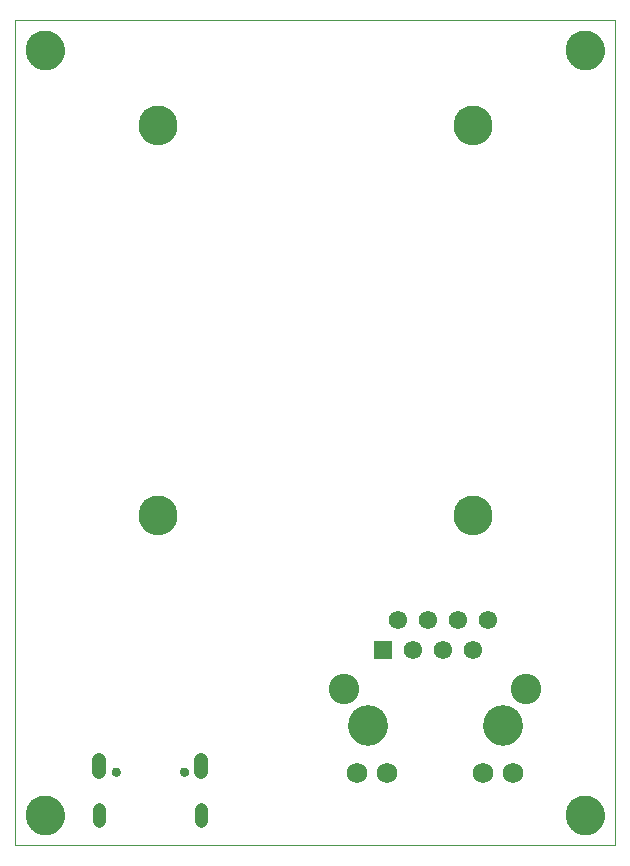
<source format=gbs>
G75*
%MOIN*%
%OFA0B0*%
%FSLAX25Y25*%
%IPPOS*%
%LPD*%
%AMOC8*
5,1,8,0,0,1.08239X$1,22.5*
%
%ADD10C,0.00000*%
%ADD11C,0.12998*%
%ADD12C,0.04337*%
%ADD13C,0.04534*%
%ADD14C,0.02959*%
%ADD15C,0.13195*%
%ADD16C,0.10144*%
%ADD17R,0.06128X0.06128*%
%ADD18C,0.06128*%
%ADD19C,0.06896*%
D10*
X0001400Y0013000D02*
X0001400Y0288000D01*
X0201400Y0288000D01*
X0201400Y0013000D01*
X0001400Y0013000D01*
X0005101Y0023000D02*
X0005103Y0023158D01*
X0005109Y0023316D01*
X0005119Y0023474D01*
X0005133Y0023632D01*
X0005151Y0023789D01*
X0005172Y0023946D01*
X0005198Y0024102D01*
X0005228Y0024258D01*
X0005261Y0024413D01*
X0005299Y0024566D01*
X0005340Y0024719D01*
X0005385Y0024871D01*
X0005434Y0025022D01*
X0005487Y0025171D01*
X0005543Y0025319D01*
X0005603Y0025465D01*
X0005667Y0025610D01*
X0005735Y0025753D01*
X0005806Y0025895D01*
X0005880Y0026035D01*
X0005958Y0026172D01*
X0006040Y0026308D01*
X0006124Y0026442D01*
X0006213Y0026573D01*
X0006304Y0026702D01*
X0006399Y0026829D01*
X0006496Y0026954D01*
X0006597Y0027076D01*
X0006701Y0027195D01*
X0006808Y0027312D01*
X0006918Y0027426D01*
X0007031Y0027537D01*
X0007146Y0027646D01*
X0007264Y0027751D01*
X0007385Y0027853D01*
X0007508Y0027953D01*
X0007634Y0028049D01*
X0007762Y0028142D01*
X0007892Y0028232D01*
X0008025Y0028318D01*
X0008160Y0028402D01*
X0008296Y0028481D01*
X0008435Y0028558D01*
X0008576Y0028630D01*
X0008718Y0028700D01*
X0008862Y0028765D01*
X0009008Y0028827D01*
X0009155Y0028885D01*
X0009304Y0028940D01*
X0009454Y0028991D01*
X0009605Y0029038D01*
X0009757Y0029081D01*
X0009910Y0029120D01*
X0010065Y0029156D01*
X0010220Y0029187D01*
X0010376Y0029215D01*
X0010532Y0029239D01*
X0010689Y0029259D01*
X0010847Y0029275D01*
X0011004Y0029287D01*
X0011163Y0029295D01*
X0011321Y0029299D01*
X0011479Y0029299D01*
X0011637Y0029295D01*
X0011796Y0029287D01*
X0011953Y0029275D01*
X0012111Y0029259D01*
X0012268Y0029239D01*
X0012424Y0029215D01*
X0012580Y0029187D01*
X0012735Y0029156D01*
X0012890Y0029120D01*
X0013043Y0029081D01*
X0013195Y0029038D01*
X0013346Y0028991D01*
X0013496Y0028940D01*
X0013645Y0028885D01*
X0013792Y0028827D01*
X0013938Y0028765D01*
X0014082Y0028700D01*
X0014224Y0028630D01*
X0014365Y0028558D01*
X0014504Y0028481D01*
X0014640Y0028402D01*
X0014775Y0028318D01*
X0014908Y0028232D01*
X0015038Y0028142D01*
X0015166Y0028049D01*
X0015292Y0027953D01*
X0015415Y0027853D01*
X0015536Y0027751D01*
X0015654Y0027646D01*
X0015769Y0027537D01*
X0015882Y0027426D01*
X0015992Y0027312D01*
X0016099Y0027195D01*
X0016203Y0027076D01*
X0016304Y0026954D01*
X0016401Y0026829D01*
X0016496Y0026702D01*
X0016587Y0026573D01*
X0016676Y0026442D01*
X0016760Y0026308D01*
X0016842Y0026172D01*
X0016920Y0026035D01*
X0016994Y0025895D01*
X0017065Y0025753D01*
X0017133Y0025610D01*
X0017197Y0025465D01*
X0017257Y0025319D01*
X0017313Y0025171D01*
X0017366Y0025022D01*
X0017415Y0024871D01*
X0017460Y0024719D01*
X0017501Y0024566D01*
X0017539Y0024413D01*
X0017572Y0024258D01*
X0017602Y0024102D01*
X0017628Y0023946D01*
X0017649Y0023789D01*
X0017667Y0023632D01*
X0017681Y0023474D01*
X0017691Y0023316D01*
X0017697Y0023158D01*
X0017699Y0023000D01*
X0017697Y0022842D01*
X0017691Y0022684D01*
X0017681Y0022526D01*
X0017667Y0022368D01*
X0017649Y0022211D01*
X0017628Y0022054D01*
X0017602Y0021898D01*
X0017572Y0021742D01*
X0017539Y0021587D01*
X0017501Y0021434D01*
X0017460Y0021281D01*
X0017415Y0021129D01*
X0017366Y0020978D01*
X0017313Y0020829D01*
X0017257Y0020681D01*
X0017197Y0020535D01*
X0017133Y0020390D01*
X0017065Y0020247D01*
X0016994Y0020105D01*
X0016920Y0019965D01*
X0016842Y0019828D01*
X0016760Y0019692D01*
X0016676Y0019558D01*
X0016587Y0019427D01*
X0016496Y0019298D01*
X0016401Y0019171D01*
X0016304Y0019046D01*
X0016203Y0018924D01*
X0016099Y0018805D01*
X0015992Y0018688D01*
X0015882Y0018574D01*
X0015769Y0018463D01*
X0015654Y0018354D01*
X0015536Y0018249D01*
X0015415Y0018147D01*
X0015292Y0018047D01*
X0015166Y0017951D01*
X0015038Y0017858D01*
X0014908Y0017768D01*
X0014775Y0017682D01*
X0014640Y0017598D01*
X0014504Y0017519D01*
X0014365Y0017442D01*
X0014224Y0017370D01*
X0014082Y0017300D01*
X0013938Y0017235D01*
X0013792Y0017173D01*
X0013645Y0017115D01*
X0013496Y0017060D01*
X0013346Y0017009D01*
X0013195Y0016962D01*
X0013043Y0016919D01*
X0012890Y0016880D01*
X0012735Y0016844D01*
X0012580Y0016813D01*
X0012424Y0016785D01*
X0012268Y0016761D01*
X0012111Y0016741D01*
X0011953Y0016725D01*
X0011796Y0016713D01*
X0011637Y0016705D01*
X0011479Y0016701D01*
X0011321Y0016701D01*
X0011163Y0016705D01*
X0011004Y0016713D01*
X0010847Y0016725D01*
X0010689Y0016741D01*
X0010532Y0016761D01*
X0010376Y0016785D01*
X0010220Y0016813D01*
X0010065Y0016844D01*
X0009910Y0016880D01*
X0009757Y0016919D01*
X0009605Y0016962D01*
X0009454Y0017009D01*
X0009304Y0017060D01*
X0009155Y0017115D01*
X0009008Y0017173D01*
X0008862Y0017235D01*
X0008718Y0017300D01*
X0008576Y0017370D01*
X0008435Y0017442D01*
X0008296Y0017519D01*
X0008160Y0017598D01*
X0008025Y0017682D01*
X0007892Y0017768D01*
X0007762Y0017858D01*
X0007634Y0017951D01*
X0007508Y0018047D01*
X0007385Y0018147D01*
X0007264Y0018249D01*
X0007146Y0018354D01*
X0007031Y0018463D01*
X0006918Y0018574D01*
X0006808Y0018688D01*
X0006701Y0018805D01*
X0006597Y0018924D01*
X0006496Y0019046D01*
X0006399Y0019171D01*
X0006304Y0019298D01*
X0006213Y0019427D01*
X0006124Y0019558D01*
X0006040Y0019692D01*
X0005958Y0019828D01*
X0005880Y0019965D01*
X0005806Y0020105D01*
X0005735Y0020247D01*
X0005667Y0020390D01*
X0005603Y0020535D01*
X0005543Y0020681D01*
X0005487Y0020829D01*
X0005434Y0020978D01*
X0005385Y0021129D01*
X0005340Y0021281D01*
X0005299Y0021434D01*
X0005261Y0021587D01*
X0005228Y0021742D01*
X0005198Y0021898D01*
X0005172Y0022054D01*
X0005151Y0022211D01*
X0005133Y0022368D01*
X0005119Y0022526D01*
X0005109Y0022684D01*
X0005103Y0022842D01*
X0005101Y0023000D01*
X0033742Y0037488D02*
X0033744Y0037559D01*
X0033750Y0037630D01*
X0033760Y0037701D01*
X0033774Y0037770D01*
X0033791Y0037839D01*
X0033813Y0037907D01*
X0033838Y0037974D01*
X0033867Y0038039D01*
X0033899Y0038102D01*
X0033935Y0038164D01*
X0033974Y0038223D01*
X0034017Y0038280D01*
X0034062Y0038335D01*
X0034111Y0038387D01*
X0034162Y0038436D01*
X0034216Y0038482D01*
X0034273Y0038526D01*
X0034331Y0038566D01*
X0034392Y0038602D01*
X0034455Y0038636D01*
X0034520Y0038665D01*
X0034586Y0038691D01*
X0034654Y0038714D01*
X0034722Y0038732D01*
X0034792Y0038747D01*
X0034862Y0038758D01*
X0034933Y0038765D01*
X0035004Y0038768D01*
X0035075Y0038767D01*
X0035146Y0038762D01*
X0035217Y0038753D01*
X0035287Y0038740D01*
X0035356Y0038724D01*
X0035424Y0038703D01*
X0035491Y0038679D01*
X0035557Y0038651D01*
X0035620Y0038619D01*
X0035682Y0038584D01*
X0035742Y0038546D01*
X0035800Y0038504D01*
X0035855Y0038460D01*
X0035908Y0038412D01*
X0035958Y0038361D01*
X0036005Y0038308D01*
X0036049Y0038252D01*
X0036090Y0038194D01*
X0036128Y0038133D01*
X0036162Y0038071D01*
X0036192Y0038006D01*
X0036219Y0037941D01*
X0036243Y0037873D01*
X0036262Y0037805D01*
X0036278Y0037736D01*
X0036290Y0037665D01*
X0036298Y0037595D01*
X0036302Y0037524D01*
X0036302Y0037452D01*
X0036298Y0037381D01*
X0036290Y0037311D01*
X0036278Y0037240D01*
X0036262Y0037171D01*
X0036243Y0037103D01*
X0036219Y0037035D01*
X0036192Y0036970D01*
X0036162Y0036905D01*
X0036128Y0036843D01*
X0036090Y0036782D01*
X0036049Y0036724D01*
X0036005Y0036668D01*
X0035958Y0036615D01*
X0035908Y0036564D01*
X0035855Y0036516D01*
X0035800Y0036472D01*
X0035742Y0036430D01*
X0035682Y0036392D01*
X0035620Y0036357D01*
X0035557Y0036325D01*
X0035491Y0036297D01*
X0035424Y0036273D01*
X0035356Y0036252D01*
X0035287Y0036236D01*
X0035217Y0036223D01*
X0035146Y0036214D01*
X0035075Y0036209D01*
X0035004Y0036208D01*
X0034933Y0036211D01*
X0034862Y0036218D01*
X0034792Y0036229D01*
X0034722Y0036244D01*
X0034654Y0036262D01*
X0034586Y0036285D01*
X0034520Y0036311D01*
X0034455Y0036340D01*
X0034392Y0036374D01*
X0034331Y0036410D01*
X0034273Y0036450D01*
X0034216Y0036494D01*
X0034162Y0036540D01*
X0034111Y0036589D01*
X0034062Y0036641D01*
X0034017Y0036696D01*
X0033974Y0036753D01*
X0033935Y0036812D01*
X0033899Y0036874D01*
X0033867Y0036937D01*
X0033838Y0037002D01*
X0033813Y0037069D01*
X0033791Y0037137D01*
X0033774Y0037206D01*
X0033760Y0037275D01*
X0033750Y0037346D01*
X0033744Y0037417D01*
X0033742Y0037488D01*
X0056498Y0037488D02*
X0056500Y0037559D01*
X0056506Y0037630D01*
X0056516Y0037701D01*
X0056530Y0037770D01*
X0056547Y0037839D01*
X0056569Y0037907D01*
X0056594Y0037974D01*
X0056623Y0038039D01*
X0056655Y0038102D01*
X0056691Y0038164D01*
X0056730Y0038223D01*
X0056773Y0038280D01*
X0056818Y0038335D01*
X0056867Y0038387D01*
X0056918Y0038436D01*
X0056972Y0038482D01*
X0057029Y0038526D01*
X0057087Y0038566D01*
X0057148Y0038602D01*
X0057211Y0038636D01*
X0057276Y0038665D01*
X0057342Y0038691D01*
X0057410Y0038714D01*
X0057478Y0038732D01*
X0057548Y0038747D01*
X0057618Y0038758D01*
X0057689Y0038765D01*
X0057760Y0038768D01*
X0057831Y0038767D01*
X0057902Y0038762D01*
X0057973Y0038753D01*
X0058043Y0038740D01*
X0058112Y0038724D01*
X0058180Y0038703D01*
X0058247Y0038679D01*
X0058313Y0038651D01*
X0058376Y0038619D01*
X0058438Y0038584D01*
X0058498Y0038546D01*
X0058556Y0038504D01*
X0058611Y0038460D01*
X0058664Y0038412D01*
X0058714Y0038361D01*
X0058761Y0038308D01*
X0058805Y0038252D01*
X0058846Y0038194D01*
X0058884Y0038133D01*
X0058918Y0038071D01*
X0058948Y0038006D01*
X0058975Y0037941D01*
X0058999Y0037873D01*
X0059018Y0037805D01*
X0059034Y0037736D01*
X0059046Y0037665D01*
X0059054Y0037595D01*
X0059058Y0037524D01*
X0059058Y0037452D01*
X0059054Y0037381D01*
X0059046Y0037311D01*
X0059034Y0037240D01*
X0059018Y0037171D01*
X0058999Y0037103D01*
X0058975Y0037035D01*
X0058948Y0036970D01*
X0058918Y0036905D01*
X0058884Y0036843D01*
X0058846Y0036782D01*
X0058805Y0036724D01*
X0058761Y0036668D01*
X0058714Y0036615D01*
X0058664Y0036564D01*
X0058611Y0036516D01*
X0058556Y0036472D01*
X0058498Y0036430D01*
X0058438Y0036392D01*
X0058376Y0036357D01*
X0058313Y0036325D01*
X0058247Y0036297D01*
X0058180Y0036273D01*
X0058112Y0036252D01*
X0058043Y0036236D01*
X0057973Y0036223D01*
X0057902Y0036214D01*
X0057831Y0036209D01*
X0057760Y0036208D01*
X0057689Y0036211D01*
X0057618Y0036218D01*
X0057548Y0036229D01*
X0057478Y0036244D01*
X0057410Y0036262D01*
X0057342Y0036285D01*
X0057276Y0036311D01*
X0057211Y0036340D01*
X0057148Y0036374D01*
X0057087Y0036410D01*
X0057029Y0036450D01*
X0056972Y0036494D01*
X0056918Y0036540D01*
X0056867Y0036589D01*
X0056818Y0036641D01*
X0056773Y0036696D01*
X0056730Y0036753D01*
X0056691Y0036812D01*
X0056655Y0036874D01*
X0056623Y0036937D01*
X0056594Y0037002D01*
X0056569Y0037069D01*
X0056547Y0037137D01*
X0056530Y0037206D01*
X0056516Y0037275D01*
X0056506Y0037346D01*
X0056500Y0037417D01*
X0056498Y0037488D01*
X0112502Y0053000D02*
X0112504Y0053160D01*
X0112510Y0053319D01*
X0112520Y0053478D01*
X0112534Y0053637D01*
X0112552Y0053796D01*
X0112573Y0053954D01*
X0112599Y0054111D01*
X0112629Y0054268D01*
X0112662Y0054424D01*
X0112700Y0054579D01*
X0112741Y0054733D01*
X0112786Y0054886D01*
X0112835Y0055038D01*
X0112888Y0055188D01*
X0112944Y0055337D01*
X0113004Y0055485D01*
X0113068Y0055631D01*
X0113136Y0055776D01*
X0113207Y0055919D01*
X0113281Y0056060D01*
X0113359Y0056199D01*
X0113441Y0056336D01*
X0113526Y0056471D01*
X0113614Y0056604D01*
X0113705Y0056735D01*
X0113800Y0056863D01*
X0113898Y0056989D01*
X0113999Y0057113D01*
X0114103Y0057233D01*
X0114210Y0057352D01*
X0114320Y0057467D01*
X0114433Y0057580D01*
X0114548Y0057690D01*
X0114667Y0057797D01*
X0114787Y0057901D01*
X0114911Y0058002D01*
X0115037Y0058100D01*
X0115165Y0058195D01*
X0115296Y0058286D01*
X0115429Y0058374D01*
X0115564Y0058459D01*
X0115701Y0058541D01*
X0115840Y0058619D01*
X0115981Y0058693D01*
X0116124Y0058764D01*
X0116269Y0058832D01*
X0116415Y0058896D01*
X0116563Y0058956D01*
X0116712Y0059012D01*
X0116862Y0059065D01*
X0117014Y0059114D01*
X0117167Y0059159D01*
X0117321Y0059200D01*
X0117476Y0059238D01*
X0117632Y0059271D01*
X0117789Y0059301D01*
X0117946Y0059327D01*
X0118104Y0059348D01*
X0118263Y0059366D01*
X0118422Y0059380D01*
X0118581Y0059390D01*
X0118740Y0059396D01*
X0118900Y0059398D01*
X0119060Y0059396D01*
X0119219Y0059390D01*
X0119378Y0059380D01*
X0119537Y0059366D01*
X0119696Y0059348D01*
X0119854Y0059327D01*
X0120011Y0059301D01*
X0120168Y0059271D01*
X0120324Y0059238D01*
X0120479Y0059200D01*
X0120633Y0059159D01*
X0120786Y0059114D01*
X0120938Y0059065D01*
X0121088Y0059012D01*
X0121237Y0058956D01*
X0121385Y0058896D01*
X0121531Y0058832D01*
X0121676Y0058764D01*
X0121819Y0058693D01*
X0121960Y0058619D01*
X0122099Y0058541D01*
X0122236Y0058459D01*
X0122371Y0058374D01*
X0122504Y0058286D01*
X0122635Y0058195D01*
X0122763Y0058100D01*
X0122889Y0058002D01*
X0123013Y0057901D01*
X0123133Y0057797D01*
X0123252Y0057690D01*
X0123367Y0057580D01*
X0123480Y0057467D01*
X0123590Y0057352D01*
X0123697Y0057233D01*
X0123801Y0057113D01*
X0123902Y0056989D01*
X0124000Y0056863D01*
X0124095Y0056735D01*
X0124186Y0056604D01*
X0124274Y0056471D01*
X0124359Y0056336D01*
X0124441Y0056199D01*
X0124519Y0056060D01*
X0124593Y0055919D01*
X0124664Y0055776D01*
X0124732Y0055631D01*
X0124796Y0055485D01*
X0124856Y0055337D01*
X0124912Y0055188D01*
X0124965Y0055038D01*
X0125014Y0054886D01*
X0125059Y0054733D01*
X0125100Y0054579D01*
X0125138Y0054424D01*
X0125171Y0054268D01*
X0125201Y0054111D01*
X0125227Y0053954D01*
X0125248Y0053796D01*
X0125266Y0053637D01*
X0125280Y0053478D01*
X0125290Y0053319D01*
X0125296Y0053160D01*
X0125298Y0053000D01*
X0125296Y0052840D01*
X0125290Y0052681D01*
X0125280Y0052522D01*
X0125266Y0052363D01*
X0125248Y0052204D01*
X0125227Y0052046D01*
X0125201Y0051889D01*
X0125171Y0051732D01*
X0125138Y0051576D01*
X0125100Y0051421D01*
X0125059Y0051267D01*
X0125014Y0051114D01*
X0124965Y0050962D01*
X0124912Y0050812D01*
X0124856Y0050663D01*
X0124796Y0050515D01*
X0124732Y0050369D01*
X0124664Y0050224D01*
X0124593Y0050081D01*
X0124519Y0049940D01*
X0124441Y0049801D01*
X0124359Y0049664D01*
X0124274Y0049529D01*
X0124186Y0049396D01*
X0124095Y0049265D01*
X0124000Y0049137D01*
X0123902Y0049011D01*
X0123801Y0048887D01*
X0123697Y0048767D01*
X0123590Y0048648D01*
X0123480Y0048533D01*
X0123367Y0048420D01*
X0123252Y0048310D01*
X0123133Y0048203D01*
X0123013Y0048099D01*
X0122889Y0047998D01*
X0122763Y0047900D01*
X0122635Y0047805D01*
X0122504Y0047714D01*
X0122371Y0047626D01*
X0122236Y0047541D01*
X0122099Y0047459D01*
X0121960Y0047381D01*
X0121819Y0047307D01*
X0121676Y0047236D01*
X0121531Y0047168D01*
X0121385Y0047104D01*
X0121237Y0047044D01*
X0121088Y0046988D01*
X0120938Y0046935D01*
X0120786Y0046886D01*
X0120633Y0046841D01*
X0120479Y0046800D01*
X0120324Y0046762D01*
X0120168Y0046729D01*
X0120011Y0046699D01*
X0119854Y0046673D01*
X0119696Y0046652D01*
X0119537Y0046634D01*
X0119378Y0046620D01*
X0119219Y0046610D01*
X0119060Y0046604D01*
X0118900Y0046602D01*
X0118740Y0046604D01*
X0118581Y0046610D01*
X0118422Y0046620D01*
X0118263Y0046634D01*
X0118104Y0046652D01*
X0117946Y0046673D01*
X0117789Y0046699D01*
X0117632Y0046729D01*
X0117476Y0046762D01*
X0117321Y0046800D01*
X0117167Y0046841D01*
X0117014Y0046886D01*
X0116862Y0046935D01*
X0116712Y0046988D01*
X0116563Y0047044D01*
X0116415Y0047104D01*
X0116269Y0047168D01*
X0116124Y0047236D01*
X0115981Y0047307D01*
X0115840Y0047381D01*
X0115701Y0047459D01*
X0115564Y0047541D01*
X0115429Y0047626D01*
X0115296Y0047714D01*
X0115165Y0047805D01*
X0115037Y0047900D01*
X0114911Y0047998D01*
X0114787Y0048099D01*
X0114667Y0048203D01*
X0114548Y0048310D01*
X0114433Y0048420D01*
X0114320Y0048533D01*
X0114210Y0048648D01*
X0114103Y0048767D01*
X0113999Y0048887D01*
X0113898Y0049011D01*
X0113800Y0049137D01*
X0113705Y0049265D01*
X0113614Y0049396D01*
X0113526Y0049529D01*
X0113441Y0049664D01*
X0113359Y0049801D01*
X0113281Y0049940D01*
X0113207Y0050081D01*
X0113136Y0050224D01*
X0113068Y0050369D01*
X0113004Y0050515D01*
X0112944Y0050663D01*
X0112888Y0050812D01*
X0112835Y0050962D01*
X0112786Y0051114D01*
X0112741Y0051267D01*
X0112700Y0051421D01*
X0112662Y0051576D01*
X0112629Y0051732D01*
X0112599Y0051889D01*
X0112573Y0052046D01*
X0112552Y0052204D01*
X0112534Y0052363D01*
X0112520Y0052522D01*
X0112510Y0052681D01*
X0112504Y0052840D01*
X0112502Y0053000D01*
X0147601Y0123000D02*
X0147603Y0123158D01*
X0147609Y0123316D01*
X0147619Y0123474D01*
X0147633Y0123632D01*
X0147651Y0123789D01*
X0147672Y0123946D01*
X0147698Y0124102D01*
X0147728Y0124258D01*
X0147761Y0124413D01*
X0147799Y0124566D01*
X0147840Y0124719D01*
X0147885Y0124871D01*
X0147934Y0125022D01*
X0147987Y0125171D01*
X0148043Y0125319D01*
X0148103Y0125465D01*
X0148167Y0125610D01*
X0148235Y0125753D01*
X0148306Y0125895D01*
X0148380Y0126035D01*
X0148458Y0126172D01*
X0148540Y0126308D01*
X0148624Y0126442D01*
X0148713Y0126573D01*
X0148804Y0126702D01*
X0148899Y0126829D01*
X0148996Y0126954D01*
X0149097Y0127076D01*
X0149201Y0127195D01*
X0149308Y0127312D01*
X0149418Y0127426D01*
X0149531Y0127537D01*
X0149646Y0127646D01*
X0149764Y0127751D01*
X0149885Y0127853D01*
X0150008Y0127953D01*
X0150134Y0128049D01*
X0150262Y0128142D01*
X0150392Y0128232D01*
X0150525Y0128318D01*
X0150660Y0128402D01*
X0150796Y0128481D01*
X0150935Y0128558D01*
X0151076Y0128630D01*
X0151218Y0128700D01*
X0151362Y0128765D01*
X0151508Y0128827D01*
X0151655Y0128885D01*
X0151804Y0128940D01*
X0151954Y0128991D01*
X0152105Y0129038D01*
X0152257Y0129081D01*
X0152410Y0129120D01*
X0152565Y0129156D01*
X0152720Y0129187D01*
X0152876Y0129215D01*
X0153032Y0129239D01*
X0153189Y0129259D01*
X0153347Y0129275D01*
X0153504Y0129287D01*
X0153663Y0129295D01*
X0153821Y0129299D01*
X0153979Y0129299D01*
X0154137Y0129295D01*
X0154296Y0129287D01*
X0154453Y0129275D01*
X0154611Y0129259D01*
X0154768Y0129239D01*
X0154924Y0129215D01*
X0155080Y0129187D01*
X0155235Y0129156D01*
X0155390Y0129120D01*
X0155543Y0129081D01*
X0155695Y0129038D01*
X0155846Y0128991D01*
X0155996Y0128940D01*
X0156145Y0128885D01*
X0156292Y0128827D01*
X0156438Y0128765D01*
X0156582Y0128700D01*
X0156724Y0128630D01*
X0156865Y0128558D01*
X0157004Y0128481D01*
X0157140Y0128402D01*
X0157275Y0128318D01*
X0157408Y0128232D01*
X0157538Y0128142D01*
X0157666Y0128049D01*
X0157792Y0127953D01*
X0157915Y0127853D01*
X0158036Y0127751D01*
X0158154Y0127646D01*
X0158269Y0127537D01*
X0158382Y0127426D01*
X0158492Y0127312D01*
X0158599Y0127195D01*
X0158703Y0127076D01*
X0158804Y0126954D01*
X0158901Y0126829D01*
X0158996Y0126702D01*
X0159087Y0126573D01*
X0159176Y0126442D01*
X0159260Y0126308D01*
X0159342Y0126172D01*
X0159420Y0126035D01*
X0159494Y0125895D01*
X0159565Y0125753D01*
X0159633Y0125610D01*
X0159697Y0125465D01*
X0159757Y0125319D01*
X0159813Y0125171D01*
X0159866Y0125022D01*
X0159915Y0124871D01*
X0159960Y0124719D01*
X0160001Y0124566D01*
X0160039Y0124413D01*
X0160072Y0124258D01*
X0160102Y0124102D01*
X0160128Y0123946D01*
X0160149Y0123789D01*
X0160167Y0123632D01*
X0160181Y0123474D01*
X0160191Y0123316D01*
X0160197Y0123158D01*
X0160199Y0123000D01*
X0160197Y0122842D01*
X0160191Y0122684D01*
X0160181Y0122526D01*
X0160167Y0122368D01*
X0160149Y0122211D01*
X0160128Y0122054D01*
X0160102Y0121898D01*
X0160072Y0121742D01*
X0160039Y0121587D01*
X0160001Y0121434D01*
X0159960Y0121281D01*
X0159915Y0121129D01*
X0159866Y0120978D01*
X0159813Y0120829D01*
X0159757Y0120681D01*
X0159697Y0120535D01*
X0159633Y0120390D01*
X0159565Y0120247D01*
X0159494Y0120105D01*
X0159420Y0119965D01*
X0159342Y0119828D01*
X0159260Y0119692D01*
X0159176Y0119558D01*
X0159087Y0119427D01*
X0158996Y0119298D01*
X0158901Y0119171D01*
X0158804Y0119046D01*
X0158703Y0118924D01*
X0158599Y0118805D01*
X0158492Y0118688D01*
X0158382Y0118574D01*
X0158269Y0118463D01*
X0158154Y0118354D01*
X0158036Y0118249D01*
X0157915Y0118147D01*
X0157792Y0118047D01*
X0157666Y0117951D01*
X0157538Y0117858D01*
X0157408Y0117768D01*
X0157275Y0117682D01*
X0157140Y0117598D01*
X0157004Y0117519D01*
X0156865Y0117442D01*
X0156724Y0117370D01*
X0156582Y0117300D01*
X0156438Y0117235D01*
X0156292Y0117173D01*
X0156145Y0117115D01*
X0155996Y0117060D01*
X0155846Y0117009D01*
X0155695Y0116962D01*
X0155543Y0116919D01*
X0155390Y0116880D01*
X0155235Y0116844D01*
X0155080Y0116813D01*
X0154924Y0116785D01*
X0154768Y0116761D01*
X0154611Y0116741D01*
X0154453Y0116725D01*
X0154296Y0116713D01*
X0154137Y0116705D01*
X0153979Y0116701D01*
X0153821Y0116701D01*
X0153663Y0116705D01*
X0153504Y0116713D01*
X0153347Y0116725D01*
X0153189Y0116741D01*
X0153032Y0116761D01*
X0152876Y0116785D01*
X0152720Y0116813D01*
X0152565Y0116844D01*
X0152410Y0116880D01*
X0152257Y0116919D01*
X0152105Y0116962D01*
X0151954Y0117009D01*
X0151804Y0117060D01*
X0151655Y0117115D01*
X0151508Y0117173D01*
X0151362Y0117235D01*
X0151218Y0117300D01*
X0151076Y0117370D01*
X0150935Y0117442D01*
X0150796Y0117519D01*
X0150660Y0117598D01*
X0150525Y0117682D01*
X0150392Y0117768D01*
X0150262Y0117858D01*
X0150134Y0117951D01*
X0150008Y0118047D01*
X0149885Y0118147D01*
X0149764Y0118249D01*
X0149646Y0118354D01*
X0149531Y0118463D01*
X0149418Y0118574D01*
X0149308Y0118688D01*
X0149201Y0118805D01*
X0149097Y0118924D01*
X0148996Y0119046D01*
X0148899Y0119171D01*
X0148804Y0119298D01*
X0148713Y0119427D01*
X0148624Y0119558D01*
X0148540Y0119692D01*
X0148458Y0119828D01*
X0148380Y0119965D01*
X0148306Y0120105D01*
X0148235Y0120247D01*
X0148167Y0120390D01*
X0148103Y0120535D01*
X0148043Y0120681D01*
X0147987Y0120829D01*
X0147934Y0120978D01*
X0147885Y0121129D01*
X0147840Y0121281D01*
X0147799Y0121434D01*
X0147761Y0121587D01*
X0147728Y0121742D01*
X0147698Y0121898D01*
X0147672Y0122054D01*
X0147651Y0122211D01*
X0147633Y0122368D01*
X0147619Y0122526D01*
X0147609Y0122684D01*
X0147603Y0122842D01*
X0147601Y0123000D01*
X0157502Y0053000D02*
X0157504Y0053160D01*
X0157510Y0053319D01*
X0157520Y0053478D01*
X0157534Y0053637D01*
X0157552Y0053796D01*
X0157573Y0053954D01*
X0157599Y0054111D01*
X0157629Y0054268D01*
X0157662Y0054424D01*
X0157700Y0054579D01*
X0157741Y0054733D01*
X0157786Y0054886D01*
X0157835Y0055038D01*
X0157888Y0055188D01*
X0157944Y0055337D01*
X0158004Y0055485D01*
X0158068Y0055631D01*
X0158136Y0055776D01*
X0158207Y0055919D01*
X0158281Y0056060D01*
X0158359Y0056199D01*
X0158441Y0056336D01*
X0158526Y0056471D01*
X0158614Y0056604D01*
X0158705Y0056735D01*
X0158800Y0056863D01*
X0158898Y0056989D01*
X0158999Y0057113D01*
X0159103Y0057233D01*
X0159210Y0057352D01*
X0159320Y0057467D01*
X0159433Y0057580D01*
X0159548Y0057690D01*
X0159667Y0057797D01*
X0159787Y0057901D01*
X0159911Y0058002D01*
X0160037Y0058100D01*
X0160165Y0058195D01*
X0160296Y0058286D01*
X0160429Y0058374D01*
X0160564Y0058459D01*
X0160701Y0058541D01*
X0160840Y0058619D01*
X0160981Y0058693D01*
X0161124Y0058764D01*
X0161269Y0058832D01*
X0161415Y0058896D01*
X0161563Y0058956D01*
X0161712Y0059012D01*
X0161862Y0059065D01*
X0162014Y0059114D01*
X0162167Y0059159D01*
X0162321Y0059200D01*
X0162476Y0059238D01*
X0162632Y0059271D01*
X0162789Y0059301D01*
X0162946Y0059327D01*
X0163104Y0059348D01*
X0163263Y0059366D01*
X0163422Y0059380D01*
X0163581Y0059390D01*
X0163740Y0059396D01*
X0163900Y0059398D01*
X0164060Y0059396D01*
X0164219Y0059390D01*
X0164378Y0059380D01*
X0164537Y0059366D01*
X0164696Y0059348D01*
X0164854Y0059327D01*
X0165011Y0059301D01*
X0165168Y0059271D01*
X0165324Y0059238D01*
X0165479Y0059200D01*
X0165633Y0059159D01*
X0165786Y0059114D01*
X0165938Y0059065D01*
X0166088Y0059012D01*
X0166237Y0058956D01*
X0166385Y0058896D01*
X0166531Y0058832D01*
X0166676Y0058764D01*
X0166819Y0058693D01*
X0166960Y0058619D01*
X0167099Y0058541D01*
X0167236Y0058459D01*
X0167371Y0058374D01*
X0167504Y0058286D01*
X0167635Y0058195D01*
X0167763Y0058100D01*
X0167889Y0058002D01*
X0168013Y0057901D01*
X0168133Y0057797D01*
X0168252Y0057690D01*
X0168367Y0057580D01*
X0168480Y0057467D01*
X0168590Y0057352D01*
X0168697Y0057233D01*
X0168801Y0057113D01*
X0168902Y0056989D01*
X0169000Y0056863D01*
X0169095Y0056735D01*
X0169186Y0056604D01*
X0169274Y0056471D01*
X0169359Y0056336D01*
X0169441Y0056199D01*
X0169519Y0056060D01*
X0169593Y0055919D01*
X0169664Y0055776D01*
X0169732Y0055631D01*
X0169796Y0055485D01*
X0169856Y0055337D01*
X0169912Y0055188D01*
X0169965Y0055038D01*
X0170014Y0054886D01*
X0170059Y0054733D01*
X0170100Y0054579D01*
X0170138Y0054424D01*
X0170171Y0054268D01*
X0170201Y0054111D01*
X0170227Y0053954D01*
X0170248Y0053796D01*
X0170266Y0053637D01*
X0170280Y0053478D01*
X0170290Y0053319D01*
X0170296Y0053160D01*
X0170298Y0053000D01*
X0170296Y0052840D01*
X0170290Y0052681D01*
X0170280Y0052522D01*
X0170266Y0052363D01*
X0170248Y0052204D01*
X0170227Y0052046D01*
X0170201Y0051889D01*
X0170171Y0051732D01*
X0170138Y0051576D01*
X0170100Y0051421D01*
X0170059Y0051267D01*
X0170014Y0051114D01*
X0169965Y0050962D01*
X0169912Y0050812D01*
X0169856Y0050663D01*
X0169796Y0050515D01*
X0169732Y0050369D01*
X0169664Y0050224D01*
X0169593Y0050081D01*
X0169519Y0049940D01*
X0169441Y0049801D01*
X0169359Y0049664D01*
X0169274Y0049529D01*
X0169186Y0049396D01*
X0169095Y0049265D01*
X0169000Y0049137D01*
X0168902Y0049011D01*
X0168801Y0048887D01*
X0168697Y0048767D01*
X0168590Y0048648D01*
X0168480Y0048533D01*
X0168367Y0048420D01*
X0168252Y0048310D01*
X0168133Y0048203D01*
X0168013Y0048099D01*
X0167889Y0047998D01*
X0167763Y0047900D01*
X0167635Y0047805D01*
X0167504Y0047714D01*
X0167371Y0047626D01*
X0167236Y0047541D01*
X0167099Y0047459D01*
X0166960Y0047381D01*
X0166819Y0047307D01*
X0166676Y0047236D01*
X0166531Y0047168D01*
X0166385Y0047104D01*
X0166237Y0047044D01*
X0166088Y0046988D01*
X0165938Y0046935D01*
X0165786Y0046886D01*
X0165633Y0046841D01*
X0165479Y0046800D01*
X0165324Y0046762D01*
X0165168Y0046729D01*
X0165011Y0046699D01*
X0164854Y0046673D01*
X0164696Y0046652D01*
X0164537Y0046634D01*
X0164378Y0046620D01*
X0164219Y0046610D01*
X0164060Y0046604D01*
X0163900Y0046602D01*
X0163740Y0046604D01*
X0163581Y0046610D01*
X0163422Y0046620D01*
X0163263Y0046634D01*
X0163104Y0046652D01*
X0162946Y0046673D01*
X0162789Y0046699D01*
X0162632Y0046729D01*
X0162476Y0046762D01*
X0162321Y0046800D01*
X0162167Y0046841D01*
X0162014Y0046886D01*
X0161862Y0046935D01*
X0161712Y0046988D01*
X0161563Y0047044D01*
X0161415Y0047104D01*
X0161269Y0047168D01*
X0161124Y0047236D01*
X0160981Y0047307D01*
X0160840Y0047381D01*
X0160701Y0047459D01*
X0160564Y0047541D01*
X0160429Y0047626D01*
X0160296Y0047714D01*
X0160165Y0047805D01*
X0160037Y0047900D01*
X0159911Y0047998D01*
X0159787Y0048099D01*
X0159667Y0048203D01*
X0159548Y0048310D01*
X0159433Y0048420D01*
X0159320Y0048533D01*
X0159210Y0048648D01*
X0159103Y0048767D01*
X0158999Y0048887D01*
X0158898Y0049011D01*
X0158800Y0049137D01*
X0158705Y0049265D01*
X0158614Y0049396D01*
X0158526Y0049529D01*
X0158441Y0049664D01*
X0158359Y0049801D01*
X0158281Y0049940D01*
X0158207Y0050081D01*
X0158136Y0050224D01*
X0158068Y0050369D01*
X0158004Y0050515D01*
X0157944Y0050663D01*
X0157888Y0050812D01*
X0157835Y0050962D01*
X0157786Y0051114D01*
X0157741Y0051267D01*
X0157700Y0051421D01*
X0157662Y0051576D01*
X0157629Y0051732D01*
X0157599Y0051889D01*
X0157573Y0052046D01*
X0157552Y0052204D01*
X0157534Y0052363D01*
X0157520Y0052522D01*
X0157510Y0052681D01*
X0157504Y0052840D01*
X0157502Y0053000D01*
X0185101Y0023000D02*
X0185103Y0023158D01*
X0185109Y0023316D01*
X0185119Y0023474D01*
X0185133Y0023632D01*
X0185151Y0023789D01*
X0185172Y0023946D01*
X0185198Y0024102D01*
X0185228Y0024258D01*
X0185261Y0024413D01*
X0185299Y0024566D01*
X0185340Y0024719D01*
X0185385Y0024871D01*
X0185434Y0025022D01*
X0185487Y0025171D01*
X0185543Y0025319D01*
X0185603Y0025465D01*
X0185667Y0025610D01*
X0185735Y0025753D01*
X0185806Y0025895D01*
X0185880Y0026035D01*
X0185958Y0026172D01*
X0186040Y0026308D01*
X0186124Y0026442D01*
X0186213Y0026573D01*
X0186304Y0026702D01*
X0186399Y0026829D01*
X0186496Y0026954D01*
X0186597Y0027076D01*
X0186701Y0027195D01*
X0186808Y0027312D01*
X0186918Y0027426D01*
X0187031Y0027537D01*
X0187146Y0027646D01*
X0187264Y0027751D01*
X0187385Y0027853D01*
X0187508Y0027953D01*
X0187634Y0028049D01*
X0187762Y0028142D01*
X0187892Y0028232D01*
X0188025Y0028318D01*
X0188160Y0028402D01*
X0188296Y0028481D01*
X0188435Y0028558D01*
X0188576Y0028630D01*
X0188718Y0028700D01*
X0188862Y0028765D01*
X0189008Y0028827D01*
X0189155Y0028885D01*
X0189304Y0028940D01*
X0189454Y0028991D01*
X0189605Y0029038D01*
X0189757Y0029081D01*
X0189910Y0029120D01*
X0190065Y0029156D01*
X0190220Y0029187D01*
X0190376Y0029215D01*
X0190532Y0029239D01*
X0190689Y0029259D01*
X0190847Y0029275D01*
X0191004Y0029287D01*
X0191163Y0029295D01*
X0191321Y0029299D01*
X0191479Y0029299D01*
X0191637Y0029295D01*
X0191796Y0029287D01*
X0191953Y0029275D01*
X0192111Y0029259D01*
X0192268Y0029239D01*
X0192424Y0029215D01*
X0192580Y0029187D01*
X0192735Y0029156D01*
X0192890Y0029120D01*
X0193043Y0029081D01*
X0193195Y0029038D01*
X0193346Y0028991D01*
X0193496Y0028940D01*
X0193645Y0028885D01*
X0193792Y0028827D01*
X0193938Y0028765D01*
X0194082Y0028700D01*
X0194224Y0028630D01*
X0194365Y0028558D01*
X0194504Y0028481D01*
X0194640Y0028402D01*
X0194775Y0028318D01*
X0194908Y0028232D01*
X0195038Y0028142D01*
X0195166Y0028049D01*
X0195292Y0027953D01*
X0195415Y0027853D01*
X0195536Y0027751D01*
X0195654Y0027646D01*
X0195769Y0027537D01*
X0195882Y0027426D01*
X0195992Y0027312D01*
X0196099Y0027195D01*
X0196203Y0027076D01*
X0196304Y0026954D01*
X0196401Y0026829D01*
X0196496Y0026702D01*
X0196587Y0026573D01*
X0196676Y0026442D01*
X0196760Y0026308D01*
X0196842Y0026172D01*
X0196920Y0026035D01*
X0196994Y0025895D01*
X0197065Y0025753D01*
X0197133Y0025610D01*
X0197197Y0025465D01*
X0197257Y0025319D01*
X0197313Y0025171D01*
X0197366Y0025022D01*
X0197415Y0024871D01*
X0197460Y0024719D01*
X0197501Y0024566D01*
X0197539Y0024413D01*
X0197572Y0024258D01*
X0197602Y0024102D01*
X0197628Y0023946D01*
X0197649Y0023789D01*
X0197667Y0023632D01*
X0197681Y0023474D01*
X0197691Y0023316D01*
X0197697Y0023158D01*
X0197699Y0023000D01*
X0197697Y0022842D01*
X0197691Y0022684D01*
X0197681Y0022526D01*
X0197667Y0022368D01*
X0197649Y0022211D01*
X0197628Y0022054D01*
X0197602Y0021898D01*
X0197572Y0021742D01*
X0197539Y0021587D01*
X0197501Y0021434D01*
X0197460Y0021281D01*
X0197415Y0021129D01*
X0197366Y0020978D01*
X0197313Y0020829D01*
X0197257Y0020681D01*
X0197197Y0020535D01*
X0197133Y0020390D01*
X0197065Y0020247D01*
X0196994Y0020105D01*
X0196920Y0019965D01*
X0196842Y0019828D01*
X0196760Y0019692D01*
X0196676Y0019558D01*
X0196587Y0019427D01*
X0196496Y0019298D01*
X0196401Y0019171D01*
X0196304Y0019046D01*
X0196203Y0018924D01*
X0196099Y0018805D01*
X0195992Y0018688D01*
X0195882Y0018574D01*
X0195769Y0018463D01*
X0195654Y0018354D01*
X0195536Y0018249D01*
X0195415Y0018147D01*
X0195292Y0018047D01*
X0195166Y0017951D01*
X0195038Y0017858D01*
X0194908Y0017768D01*
X0194775Y0017682D01*
X0194640Y0017598D01*
X0194504Y0017519D01*
X0194365Y0017442D01*
X0194224Y0017370D01*
X0194082Y0017300D01*
X0193938Y0017235D01*
X0193792Y0017173D01*
X0193645Y0017115D01*
X0193496Y0017060D01*
X0193346Y0017009D01*
X0193195Y0016962D01*
X0193043Y0016919D01*
X0192890Y0016880D01*
X0192735Y0016844D01*
X0192580Y0016813D01*
X0192424Y0016785D01*
X0192268Y0016761D01*
X0192111Y0016741D01*
X0191953Y0016725D01*
X0191796Y0016713D01*
X0191637Y0016705D01*
X0191479Y0016701D01*
X0191321Y0016701D01*
X0191163Y0016705D01*
X0191004Y0016713D01*
X0190847Y0016725D01*
X0190689Y0016741D01*
X0190532Y0016761D01*
X0190376Y0016785D01*
X0190220Y0016813D01*
X0190065Y0016844D01*
X0189910Y0016880D01*
X0189757Y0016919D01*
X0189605Y0016962D01*
X0189454Y0017009D01*
X0189304Y0017060D01*
X0189155Y0017115D01*
X0189008Y0017173D01*
X0188862Y0017235D01*
X0188718Y0017300D01*
X0188576Y0017370D01*
X0188435Y0017442D01*
X0188296Y0017519D01*
X0188160Y0017598D01*
X0188025Y0017682D01*
X0187892Y0017768D01*
X0187762Y0017858D01*
X0187634Y0017951D01*
X0187508Y0018047D01*
X0187385Y0018147D01*
X0187264Y0018249D01*
X0187146Y0018354D01*
X0187031Y0018463D01*
X0186918Y0018574D01*
X0186808Y0018688D01*
X0186701Y0018805D01*
X0186597Y0018924D01*
X0186496Y0019046D01*
X0186399Y0019171D01*
X0186304Y0019298D01*
X0186213Y0019427D01*
X0186124Y0019558D01*
X0186040Y0019692D01*
X0185958Y0019828D01*
X0185880Y0019965D01*
X0185806Y0020105D01*
X0185735Y0020247D01*
X0185667Y0020390D01*
X0185603Y0020535D01*
X0185543Y0020681D01*
X0185487Y0020829D01*
X0185434Y0020978D01*
X0185385Y0021129D01*
X0185340Y0021281D01*
X0185299Y0021434D01*
X0185261Y0021587D01*
X0185228Y0021742D01*
X0185198Y0021898D01*
X0185172Y0022054D01*
X0185151Y0022211D01*
X0185133Y0022368D01*
X0185119Y0022526D01*
X0185109Y0022684D01*
X0185103Y0022842D01*
X0185101Y0023000D01*
X0042601Y0123000D02*
X0042603Y0123158D01*
X0042609Y0123316D01*
X0042619Y0123474D01*
X0042633Y0123632D01*
X0042651Y0123789D01*
X0042672Y0123946D01*
X0042698Y0124102D01*
X0042728Y0124258D01*
X0042761Y0124413D01*
X0042799Y0124566D01*
X0042840Y0124719D01*
X0042885Y0124871D01*
X0042934Y0125022D01*
X0042987Y0125171D01*
X0043043Y0125319D01*
X0043103Y0125465D01*
X0043167Y0125610D01*
X0043235Y0125753D01*
X0043306Y0125895D01*
X0043380Y0126035D01*
X0043458Y0126172D01*
X0043540Y0126308D01*
X0043624Y0126442D01*
X0043713Y0126573D01*
X0043804Y0126702D01*
X0043899Y0126829D01*
X0043996Y0126954D01*
X0044097Y0127076D01*
X0044201Y0127195D01*
X0044308Y0127312D01*
X0044418Y0127426D01*
X0044531Y0127537D01*
X0044646Y0127646D01*
X0044764Y0127751D01*
X0044885Y0127853D01*
X0045008Y0127953D01*
X0045134Y0128049D01*
X0045262Y0128142D01*
X0045392Y0128232D01*
X0045525Y0128318D01*
X0045660Y0128402D01*
X0045796Y0128481D01*
X0045935Y0128558D01*
X0046076Y0128630D01*
X0046218Y0128700D01*
X0046362Y0128765D01*
X0046508Y0128827D01*
X0046655Y0128885D01*
X0046804Y0128940D01*
X0046954Y0128991D01*
X0047105Y0129038D01*
X0047257Y0129081D01*
X0047410Y0129120D01*
X0047565Y0129156D01*
X0047720Y0129187D01*
X0047876Y0129215D01*
X0048032Y0129239D01*
X0048189Y0129259D01*
X0048347Y0129275D01*
X0048504Y0129287D01*
X0048663Y0129295D01*
X0048821Y0129299D01*
X0048979Y0129299D01*
X0049137Y0129295D01*
X0049296Y0129287D01*
X0049453Y0129275D01*
X0049611Y0129259D01*
X0049768Y0129239D01*
X0049924Y0129215D01*
X0050080Y0129187D01*
X0050235Y0129156D01*
X0050390Y0129120D01*
X0050543Y0129081D01*
X0050695Y0129038D01*
X0050846Y0128991D01*
X0050996Y0128940D01*
X0051145Y0128885D01*
X0051292Y0128827D01*
X0051438Y0128765D01*
X0051582Y0128700D01*
X0051724Y0128630D01*
X0051865Y0128558D01*
X0052004Y0128481D01*
X0052140Y0128402D01*
X0052275Y0128318D01*
X0052408Y0128232D01*
X0052538Y0128142D01*
X0052666Y0128049D01*
X0052792Y0127953D01*
X0052915Y0127853D01*
X0053036Y0127751D01*
X0053154Y0127646D01*
X0053269Y0127537D01*
X0053382Y0127426D01*
X0053492Y0127312D01*
X0053599Y0127195D01*
X0053703Y0127076D01*
X0053804Y0126954D01*
X0053901Y0126829D01*
X0053996Y0126702D01*
X0054087Y0126573D01*
X0054176Y0126442D01*
X0054260Y0126308D01*
X0054342Y0126172D01*
X0054420Y0126035D01*
X0054494Y0125895D01*
X0054565Y0125753D01*
X0054633Y0125610D01*
X0054697Y0125465D01*
X0054757Y0125319D01*
X0054813Y0125171D01*
X0054866Y0125022D01*
X0054915Y0124871D01*
X0054960Y0124719D01*
X0055001Y0124566D01*
X0055039Y0124413D01*
X0055072Y0124258D01*
X0055102Y0124102D01*
X0055128Y0123946D01*
X0055149Y0123789D01*
X0055167Y0123632D01*
X0055181Y0123474D01*
X0055191Y0123316D01*
X0055197Y0123158D01*
X0055199Y0123000D01*
X0055197Y0122842D01*
X0055191Y0122684D01*
X0055181Y0122526D01*
X0055167Y0122368D01*
X0055149Y0122211D01*
X0055128Y0122054D01*
X0055102Y0121898D01*
X0055072Y0121742D01*
X0055039Y0121587D01*
X0055001Y0121434D01*
X0054960Y0121281D01*
X0054915Y0121129D01*
X0054866Y0120978D01*
X0054813Y0120829D01*
X0054757Y0120681D01*
X0054697Y0120535D01*
X0054633Y0120390D01*
X0054565Y0120247D01*
X0054494Y0120105D01*
X0054420Y0119965D01*
X0054342Y0119828D01*
X0054260Y0119692D01*
X0054176Y0119558D01*
X0054087Y0119427D01*
X0053996Y0119298D01*
X0053901Y0119171D01*
X0053804Y0119046D01*
X0053703Y0118924D01*
X0053599Y0118805D01*
X0053492Y0118688D01*
X0053382Y0118574D01*
X0053269Y0118463D01*
X0053154Y0118354D01*
X0053036Y0118249D01*
X0052915Y0118147D01*
X0052792Y0118047D01*
X0052666Y0117951D01*
X0052538Y0117858D01*
X0052408Y0117768D01*
X0052275Y0117682D01*
X0052140Y0117598D01*
X0052004Y0117519D01*
X0051865Y0117442D01*
X0051724Y0117370D01*
X0051582Y0117300D01*
X0051438Y0117235D01*
X0051292Y0117173D01*
X0051145Y0117115D01*
X0050996Y0117060D01*
X0050846Y0117009D01*
X0050695Y0116962D01*
X0050543Y0116919D01*
X0050390Y0116880D01*
X0050235Y0116844D01*
X0050080Y0116813D01*
X0049924Y0116785D01*
X0049768Y0116761D01*
X0049611Y0116741D01*
X0049453Y0116725D01*
X0049296Y0116713D01*
X0049137Y0116705D01*
X0048979Y0116701D01*
X0048821Y0116701D01*
X0048663Y0116705D01*
X0048504Y0116713D01*
X0048347Y0116725D01*
X0048189Y0116741D01*
X0048032Y0116761D01*
X0047876Y0116785D01*
X0047720Y0116813D01*
X0047565Y0116844D01*
X0047410Y0116880D01*
X0047257Y0116919D01*
X0047105Y0116962D01*
X0046954Y0117009D01*
X0046804Y0117060D01*
X0046655Y0117115D01*
X0046508Y0117173D01*
X0046362Y0117235D01*
X0046218Y0117300D01*
X0046076Y0117370D01*
X0045935Y0117442D01*
X0045796Y0117519D01*
X0045660Y0117598D01*
X0045525Y0117682D01*
X0045392Y0117768D01*
X0045262Y0117858D01*
X0045134Y0117951D01*
X0045008Y0118047D01*
X0044885Y0118147D01*
X0044764Y0118249D01*
X0044646Y0118354D01*
X0044531Y0118463D01*
X0044418Y0118574D01*
X0044308Y0118688D01*
X0044201Y0118805D01*
X0044097Y0118924D01*
X0043996Y0119046D01*
X0043899Y0119171D01*
X0043804Y0119298D01*
X0043713Y0119427D01*
X0043624Y0119558D01*
X0043540Y0119692D01*
X0043458Y0119828D01*
X0043380Y0119965D01*
X0043306Y0120105D01*
X0043235Y0120247D01*
X0043167Y0120390D01*
X0043103Y0120535D01*
X0043043Y0120681D01*
X0042987Y0120829D01*
X0042934Y0120978D01*
X0042885Y0121129D01*
X0042840Y0121281D01*
X0042799Y0121434D01*
X0042761Y0121587D01*
X0042728Y0121742D01*
X0042698Y0121898D01*
X0042672Y0122054D01*
X0042651Y0122211D01*
X0042633Y0122368D01*
X0042619Y0122526D01*
X0042609Y0122684D01*
X0042603Y0122842D01*
X0042601Y0123000D01*
X0042601Y0253000D02*
X0042603Y0253158D01*
X0042609Y0253316D01*
X0042619Y0253474D01*
X0042633Y0253632D01*
X0042651Y0253789D01*
X0042672Y0253946D01*
X0042698Y0254102D01*
X0042728Y0254258D01*
X0042761Y0254413D01*
X0042799Y0254566D01*
X0042840Y0254719D01*
X0042885Y0254871D01*
X0042934Y0255022D01*
X0042987Y0255171D01*
X0043043Y0255319D01*
X0043103Y0255465D01*
X0043167Y0255610D01*
X0043235Y0255753D01*
X0043306Y0255895D01*
X0043380Y0256035D01*
X0043458Y0256172D01*
X0043540Y0256308D01*
X0043624Y0256442D01*
X0043713Y0256573D01*
X0043804Y0256702D01*
X0043899Y0256829D01*
X0043996Y0256954D01*
X0044097Y0257076D01*
X0044201Y0257195D01*
X0044308Y0257312D01*
X0044418Y0257426D01*
X0044531Y0257537D01*
X0044646Y0257646D01*
X0044764Y0257751D01*
X0044885Y0257853D01*
X0045008Y0257953D01*
X0045134Y0258049D01*
X0045262Y0258142D01*
X0045392Y0258232D01*
X0045525Y0258318D01*
X0045660Y0258402D01*
X0045796Y0258481D01*
X0045935Y0258558D01*
X0046076Y0258630D01*
X0046218Y0258700D01*
X0046362Y0258765D01*
X0046508Y0258827D01*
X0046655Y0258885D01*
X0046804Y0258940D01*
X0046954Y0258991D01*
X0047105Y0259038D01*
X0047257Y0259081D01*
X0047410Y0259120D01*
X0047565Y0259156D01*
X0047720Y0259187D01*
X0047876Y0259215D01*
X0048032Y0259239D01*
X0048189Y0259259D01*
X0048347Y0259275D01*
X0048504Y0259287D01*
X0048663Y0259295D01*
X0048821Y0259299D01*
X0048979Y0259299D01*
X0049137Y0259295D01*
X0049296Y0259287D01*
X0049453Y0259275D01*
X0049611Y0259259D01*
X0049768Y0259239D01*
X0049924Y0259215D01*
X0050080Y0259187D01*
X0050235Y0259156D01*
X0050390Y0259120D01*
X0050543Y0259081D01*
X0050695Y0259038D01*
X0050846Y0258991D01*
X0050996Y0258940D01*
X0051145Y0258885D01*
X0051292Y0258827D01*
X0051438Y0258765D01*
X0051582Y0258700D01*
X0051724Y0258630D01*
X0051865Y0258558D01*
X0052004Y0258481D01*
X0052140Y0258402D01*
X0052275Y0258318D01*
X0052408Y0258232D01*
X0052538Y0258142D01*
X0052666Y0258049D01*
X0052792Y0257953D01*
X0052915Y0257853D01*
X0053036Y0257751D01*
X0053154Y0257646D01*
X0053269Y0257537D01*
X0053382Y0257426D01*
X0053492Y0257312D01*
X0053599Y0257195D01*
X0053703Y0257076D01*
X0053804Y0256954D01*
X0053901Y0256829D01*
X0053996Y0256702D01*
X0054087Y0256573D01*
X0054176Y0256442D01*
X0054260Y0256308D01*
X0054342Y0256172D01*
X0054420Y0256035D01*
X0054494Y0255895D01*
X0054565Y0255753D01*
X0054633Y0255610D01*
X0054697Y0255465D01*
X0054757Y0255319D01*
X0054813Y0255171D01*
X0054866Y0255022D01*
X0054915Y0254871D01*
X0054960Y0254719D01*
X0055001Y0254566D01*
X0055039Y0254413D01*
X0055072Y0254258D01*
X0055102Y0254102D01*
X0055128Y0253946D01*
X0055149Y0253789D01*
X0055167Y0253632D01*
X0055181Y0253474D01*
X0055191Y0253316D01*
X0055197Y0253158D01*
X0055199Y0253000D01*
X0055197Y0252842D01*
X0055191Y0252684D01*
X0055181Y0252526D01*
X0055167Y0252368D01*
X0055149Y0252211D01*
X0055128Y0252054D01*
X0055102Y0251898D01*
X0055072Y0251742D01*
X0055039Y0251587D01*
X0055001Y0251434D01*
X0054960Y0251281D01*
X0054915Y0251129D01*
X0054866Y0250978D01*
X0054813Y0250829D01*
X0054757Y0250681D01*
X0054697Y0250535D01*
X0054633Y0250390D01*
X0054565Y0250247D01*
X0054494Y0250105D01*
X0054420Y0249965D01*
X0054342Y0249828D01*
X0054260Y0249692D01*
X0054176Y0249558D01*
X0054087Y0249427D01*
X0053996Y0249298D01*
X0053901Y0249171D01*
X0053804Y0249046D01*
X0053703Y0248924D01*
X0053599Y0248805D01*
X0053492Y0248688D01*
X0053382Y0248574D01*
X0053269Y0248463D01*
X0053154Y0248354D01*
X0053036Y0248249D01*
X0052915Y0248147D01*
X0052792Y0248047D01*
X0052666Y0247951D01*
X0052538Y0247858D01*
X0052408Y0247768D01*
X0052275Y0247682D01*
X0052140Y0247598D01*
X0052004Y0247519D01*
X0051865Y0247442D01*
X0051724Y0247370D01*
X0051582Y0247300D01*
X0051438Y0247235D01*
X0051292Y0247173D01*
X0051145Y0247115D01*
X0050996Y0247060D01*
X0050846Y0247009D01*
X0050695Y0246962D01*
X0050543Y0246919D01*
X0050390Y0246880D01*
X0050235Y0246844D01*
X0050080Y0246813D01*
X0049924Y0246785D01*
X0049768Y0246761D01*
X0049611Y0246741D01*
X0049453Y0246725D01*
X0049296Y0246713D01*
X0049137Y0246705D01*
X0048979Y0246701D01*
X0048821Y0246701D01*
X0048663Y0246705D01*
X0048504Y0246713D01*
X0048347Y0246725D01*
X0048189Y0246741D01*
X0048032Y0246761D01*
X0047876Y0246785D01*
X0047720Y0246813D01*
X0047565Y0246844D01*
X0047410Y0246880D01*
X0047257Y0246919D01*
X0047105Y0246962D01*
X0046954Y0247009D01*
X0046804Y0247060D01*
X0046655Y0247115D01*
X0046508Y0247173D01*
X0046362Y0247235D01*
X0046218Y0247300D01*
X0046076Y0247370D01*
X0045935Y0247442D01*
X0045796Y0247519D01*
X0045660Y0247598D01*
X0045525Y0247682D01*
X0045392Y0247768D01*
X0045262Y0247858D01*
X0045134Y0247951D01*
X0045008Y0248047D01*
X0044885Y0248147D01*
X0044764Y0248249D01*
X0044646Y0248354D01*
X0044531Y0248463D01*
X0044418Y0248574D01*
X0044308Y0248688D01*
X0044201Y0248805D01*
X0044097Y0248924D01*
X0043996Y0249046D01*
X0043899Y0249171D01*
X0043804Y0249298D01*
X0043713Y0249427D01*
X0043624Y0249558D01*
X0043540Y0249692D01*
X0043458Y0249828D01*
X0043380Y0249965D01*
X0043306Y0250105D01*
X0043235Y0250247D01*
X0043167Y0250390D01*
X0043103Y0250535D01*
X0043043Y0250681D01*
X0042987Y0250829D01*
X0042934Y0250978D01*
X0042885Y0251129D01*
X0042840Y0251281D01*
X0042799Y0251434D01*
X0042761Y0251587D01*
X0042728Y0251742D01*
X0042698Y0251898D01*
X0042672Y0252054D01*
X0042651Y0252211D01*
X0042633Y0252368D01*
X0042619Y0252526D01*
X0042609Y0252684D01*
X0042603Y0252842D01*
X0042601Y0253000D01*
X0005101Y0278000D02*
X0005103Y0278158D01*
X0005109Y0278316D01*
X0005119Y0278474D01*
X0005133Y0278632D01*
X0005151Y0278789D01*
X0005172Y0278946D01*
X0005198Y0279102D01*
X0005228Y0279258D01*
X0005261Y0279413D01*
X0005299Y0279566D01*
X0005340Y0279719D01*
X0005385Y0279871D01*
X0005434Y0280022D01*
X0005487Y0280171D01*
X0005543Y0280319D01*
X0005603Y0280465D01*
X0005667Y0280610D01*
X0005735Y0280753D01*
X0005806Y0280895D01*
X0005880Y0281035D01*
X0005958Y0281172D01*
X0006040Y0281308D01*
X0006124Y0281442D01*
X0006213Y0281573D01*
X0006304Y0281702D01*
X0006399Y0281829D01*
X0006496Y0281954D01*
X0006597Y0282076D01*
X0006701Y0282195D01*
X0006808Y0282312D01*
X0006918Y0282426D01*
X0007031Y0282537D01*
X0007146Y0282646D01*
X0007264Y0282751D01*
X0007385Y0282853D01*
X0007508Y0282953D01*
X0007634Y0283049D01*
X0007762Y0283142D01*
X0007892Y0283232D01*
X0008025Y0283318D01*
X0008160Y0283402D01*
X0008296Y0283481D01*
X0008435Y0283558D01*
X0008576Y0283630D01*
X0008718Y0283700D01*
X0008862Y0283765D01*
X0009008Y0283827D01*
X0009155Y0283885D01*
X0009304Y0283940D01*
X0009454Y0283991D01*
X0009605Y0284038D01*
X0009757Y0284081D01*
X0009910Y0284120D01*
X0010065Y0284156D01*
X0010220Y0284187D01*
X0010376Y0284215D01*
X0010532Y0284239D01*
X0010689Y0284259D01*
X0010847Y0284275D01*
X0011004Y0284287D01*
X0011163Y0284295D01*
X0011321Y0284299D01*
X0011479Y0284299D01*
X0011637Y0284295D01*
X0011796Y0284287D01*
X0011953Y0284275D01*
X0012111Y0284259D01*
X0012268Y0284239D01*
X0012424Y0284215D01*
X0012580Y0284187D01*
X0012735Y0284156D01*
X0012890Y0284120D01*
X0013043Y0284081D01*
X0013195Y0284038D01*
X0013346Y0283991D01*
X0013496Y0283940D01*
X0013645Y0283885D01*
X0013792Y0283827D01*
X0013938Y0283765D01*
X0014082Y0283700D01*
X0014224Y0283630D01*
X0014365Y0283558D01*
X0014504Y0283481D01*
X0014640Y0283402D01*
X0014775Y0283318D01*
X0014908Y0283232D01*
X0015038Y0283142D01*
X0015166Y0283049D01*
X0015292Y0282953D01*
X0015415Y0282853D01*
X0015536Y0282751D01*
X0015654Y0282646D01*
X0015769Y0282537D01*
X0015882Y0282426D01*
X0015992Y0282312D01*
X0016099Y0282195D01*
X0016203Y0282076D01*
X0016304Y0281954D01*
X0016401Y0281829D01*
X0016496Y0281702D01*
X0016587Y0281573D01*
X0016676Y0281442D01*
X0016760Y0281308D01*
X0016842Y0281172D01*
X0016920Y0281035D01*
X0016994Y0280895D01*
X0017065Y0280753D01*
X0017133Y0280610D01*
X0017197Y0280465D01*
X0017257Y0280319D01*
X0017313Y0280171D01*
X0017366Y0280022D01*
X0017415Y0279871D01*
X0017460Y0279719D01*
X0017501Y0279566D01*
X0017539Y0279413D01*
X0017572Y0279258D01*
X0017602Y0279102D01*
X0017628Y0278946D01*
X0017649Y0278789D01*
X0017667Y0278632D01*
X0017681Y0278474D01*
X0017691Y0278316D01*
X0017697Y0278158D01*
X0017699Y0278000D01*
X0017697Y0277842D01*
X0017691Y0277684D01*
X0017681Y0277526D01*
X0017667Y0277368D01*
X0017649Y0277211D01*
X0017628Y0277054D01*
X0017602Y0276898D01*
X0017572Y0276742D01*
X0017539Y0276587D01*
X0017501Y0276434D01*
X0017460Y0276281D01*
X0017415Y0276129D01*
X0017366Y0275978D01*
X0017313Y0275829D01*
X0017257Y0275681D01*
X0017197Y0275535D01*
X0017133Y0275390D01*
X0017065Y0275247D01*
X0016994Y0275105D01*
X0016920Y0274965D01*
X0016842Y0274828D01*
X0016760Y0274692D01*
X0016676Y0274558D01*
X0016587Y0274427D01*
X0016496Y0274298D01*
X0016401Y0274171D01*
X0016304Y0274046D01*
X0016203Y0273924D01*
X0016099Y0273805D01*
X0015992Y0273688D01*
X0015882Y0273574D01*
X0015769Y0273463D01*
X0015654Y0273354D01*
X0015536Y0273249D01*
X0015415Y0273147D01*
X0015292Y0273047D01*
X0015166Y0272951D01*
X0015038Y0272858D01*
X0014908Y0272768D01*
X0014775Y0272682D01*
X0014640Y0272598D01*
X0014504Y0272519D01*
X0014365Y0272442D01*
X0014224Y0272370D01*
X0014082Y0272300D01*
X0013938Y0272235D01*
X0013792Y0272173D01*
X0013645Y0272115D01*
X0013496Y0272060D01*
X0013346Y0272009D01*
X0013195Y0271962D01*
X0013043Y0271919D01*
X0012890Y0271880D01*
X0012735Y0271844D01*
X0012580Y0271813D01*
X0012424Y0271785D01*
X0012268Y0271761D01*
X0012111Y0271741D01*
X0011953Y0271725D01*
X0011796Y0271713D01*
X0011637Y0271705D01*
X0011479Y0271701D01*
X0011321Y0271701D01*
X0011163Y0271705D01*
X0011004Y0271713D01*
X0010847Y0271725D01*
X0010689Y0271741D01*
X0010532Y0271761D01*
X0010376Y0271785D01*
X0010220Y0271813D01*
X0010065Y0271844D01*
X0009910Y0271880D01*
X0009757Y0271919D01*
X0009605Y0271962D01*
X0009454Y0272009D01*
X0009304Y0272060D01*
X0009155Y0272115D01*
X0009008Y0272173D01*
X0008862Y0272235D01*
X0008718Y0272300D01*
X0008576Y0272370D01*
X0008435Y0272442D01*
X0008296Y0272519D01*
X0008160Y0272598D01*
X0008025Y0272682D01*
X0007892Y0272768D01*
X0007762Y0272858D01*
X0007634Y0272951D01*
X0007508Y0273047D01*
X0007385Y0273147D01*
X0007264Y0273249D01*
X0007146Y0273354D01*
X0007031Y0273463D01*
X0006918Y0273574D01*
X0006808Y0273688D01*
X0006701Y0273805D01*
X0006597Y0273924D01*
X0006496Y0274046D01*
X0006399Y0274171D01*
X0006304Y0274298D01*
X0006213Y0274427D01*
X0006124Y0274558D01*
X0006040Y0274692D01*
X0005958Y0274828D01*
X0005880Y0274965D01*
X0005806Y0275105D01*
X0005735Y0275247D01*
X0005667Y0275390D01*
X0005603Y0275535D01*
X0005543Y0275681D01*
X0005487Y0275829D01*
X0005434Y0275978D01*
X0005385Y0276129D01*
X0005340Y0276281D01*
X0005299Y0276434D01*
X0005261Y0276587D01*
X0005228Y0276742D01*
X0005198Y0276898D01*
X0005172Y0277054D01*
X0005151Y0277211D01*
X0005133Y0277368D01*
X0005119Y0277526D01*
X0005109Y0277684D01*
X0005103Y0277842D01*
X0005101Y0278000D01*
X0147601Y0253000D02*
X0147603Y0253158D01*
X0147609Y0253316D01*
X0147619Y0253474D01*
X0147633Y0253632D01*
X0147651Y0253789D01*
X0147672Y0253946D01*
X0147698Y0254102D01*
X0147728Y0254258D01*
X0147761Y0254413D01*
X0147799Y0254566D01*
X0147840Y0254719D01*
X0147885Y0254871D01*
X0147934Y0255022D01*
X0147987Y0255171D01*
X0148043Y0255319D01*
X0148103Y0255465D01*
X0148167Y0255610D01*
X0148235Y0255753D01*
X0148306Y0255895D01*
X0148380Y0256035D01*
X0148458Y0256172D01*
X0148540Y0256308D01*
X0148624Y0256442D01*
X0148713Y0256573D01*
X0148804Y0256702D01*
X0148899Y0256829D01*
X0148996Y0256954D01*
X0149097Y0257076D01*
X0149201Y0257195D01*
X0149308Y0257312D01*
X0149418Y0257426D01*
X0149531Y0257537D01*
X0149646Y0257646D01*
X0149764Y0257751D01*
X0149885Y0257853D01*
X0150008Y0257953D01*
X0150134Y0258049D01*
X0150262Y0258142D01*
X0150392Y0258232D01*
X0150525Y0258318D01*
X0150660Y0258402D01*
X0150796Y0258481D01*
X0150935Y0258558D01*
X0151076Y0258630D01*
X0151218Y0258700D01*
X0151362Y0258765D01*
X0151508Y0258827D01*
X0151655Y0258885D01*
X0151804Y0258940D01*
X0151954Y0258991D01*
X0152105Y0259038D01*
X0152257Y0259081D01*
X0152410Y0259120D01*
X0152565Y0259156D01*
X0152720Y0259187D01*
X0152876Y0259215D01*
X0153032Y0259239D01*
X0153189Y0259259D01*
X0153347Y0259275D01*
X0153504Y0259287D01*
X0153663Y0259295D01*
X0153821Y0259299D01*
X0153979Y0259299D01*
X0154137Y0259295D01*
X0154296Y0259287D01*
X0154453Y0259275D01*
X0154611Y0259259D01*
X0154768Y0259239D01*
X0154924Y0259215D01*
X0155080Y0259187D01*
X0155235Y0259156D01*
X0155390Y0259120D01*
X0155543Y0259081D01*
X0155695Y0259038D01*
X0155846Y0258991D01*
X0155996Y0258940D01*
X0156145Y0258885D01*
X0156292Y0258827D01*
X0156438Y0258765D01*
X0156582Y0258700D01*
X0156724Y0258630D01*
X0156865Y0258558D01*
X0157004Y0258481D01*
X0157140Y0258402D01*
X0157275Y0258318D01*
X0157408Y0258232D01*
X0157538Y0258142D01*
X0157666Y0258049D01*
X0157792Y0257953D01*
X0157915Y0257853D01*
X0158036Y0257751D01*
X0158154Y0257646D01*
X0158269Y0257537D01*
X0158382Y0257426D01*
X0158492Y0257312D01*
X0158599Y0257195D01*
X0158703Y0257076D01*
X0158804Y0256954D01*
X0158901Y0256829D01*
X0158996Y0256702D01*
X0159087Y0256573D01*
X0159176Y0256442D01*
X0159260Y0256308D01*
X0159342Y0256172D01*
X0159420Y0256035D01*
X0159494Y0255895D01*
X0159565Y0255753D01*
X0159633Y0255610D01*
X0159697Y0255465D01*
X0159757Y0255319D01*
X0159813Y0255171D01*
X0159866Y0255022D01*
X0159915Y0254871D01*
X0159960Y0254719D01*
X0160001Y0254566D01*
X0160039Y0254413D01*
X0160072Y0254258D01*
X0160102Y0254102D01*
X0160128Y0253946D01*
X0160149Y0253789D01*
X0160167Y0253632D01*
X0160181Y0253474D01*
X0160191Y0253316D01*
X0160197Y0253158D01*
X0160199Y0253000D01*
X0160197Y0252842D01*
X0160191Y0252684D01*
X0160181Y0252526D01*
X0160167Y0252368D01*
X0160149Y0252211D01*
X0160128Y0252054D01*
X0160102Y0251898D01*
X0160072Y0251742D01*
X0160039Y0251587D01*
X0160001Y0251434D01*
X0159960Y0251281D01*
X0159915Y0251129D01*
X0159866Y0250978D01*
X0159813Y0250829D01*
X0159757Y0250681D01*
X0159697Y0250535D01*
X0159633Y0250390D01*
X0159565Y0250247D01*
X0159494Y0250105D01*
X0159420Y0249965D01*
X0159342Y0249828D01*
X0159260Y0249692D01*
X0159176Y0249558D01*
X0159087Y0249427D01*
X0158996Y0249298D01*
X0158901Y0249171D01*
X0158804Y0249046D01*
X0158703Y0248924D01*
X0158599Y0248805D01*
X0158492Y0248688D01*
X0158382Y0248574D01*
X0158269Y0248463D01*
X0158154Y0248354D01*
X0158036Y0248249D01*
X0157915Y0248147D01*
X0157792Y0248047D01*
X0157666Y0247951D01*
X0157538Y0247858D01*
X0157408Y0247768D01*
X0157275Y0247682D01*
X0157140Y0247598D01*
X0157004Y0247519D01*
X0156865Y0247442D01*
X0156724Y0247370D01*
X0156582Y0247300D01*
X0156438Y0247235D01*
X0156292Y0247173D01*
X0156145Y0247115D01*
X0155996Y0247060D01*
X0155846Y0247009D01*
X0155695Y0246962D01*
X0155543Y0246919D01*
X0155390Y0246880D01*
X0155235Y0246844D01*
X0155080Y0246813D01*
X0154924Y0246785D01*
X0154768Y0246761D01*
X0154611Y0246741D01*
X0154453Y0246725D01*
X0154296Y0246713D01*
X0154137Y0246705D01*
X0153979Y0246701D01*
X0153821Y0246701D01*
X0153663Y0246705D01*
X0153504Y0246713D01*
X0153347Y0246725D01*
X0153189Y0246741D01*
X0153032Y0246761D01*
X0152876Y0246785D01*
X0152720Y0246813D01*
X0152565Y0246844D01*
X0152410Y0246880D01*
X0152257Y0246919D01*
X0152105Y0246962D01*
X0151954Y0247009D01*
X0151804Y0247060D01*
X0151655Y0247115D01*
X0151508Y0247173D01*
X0151362Y0247235D01*
X0151218Y0247300D01*
X0151076Y0247370D01*
X0150935Y0247442D01*
X0150796Y0247519D01*
X0150660Y0247598D01*
X0150525Y0247682D01*
X0150392Y0247768D01*
X0150262Y0247858D01*
X0150134Y0247951D01*
X0150008Y0248047D01*
X0149885Y0248147D01*
X0149764Y0248249D01*
X0149646Y0248354D01*
X0149531Y0248463D01*
X0149418Y0248574D01*
X0149308Y0248688D01*
X0149201Y0248805D01*
X0149097Y0248924D01*
X0148996Y0249046D01*
X0148899Y0249171D01*
X0148804Y0249298D01*
X0148713Y0249427D01*
X0148624Y0249558D01*
X0148540Y0249692D01*
X0148458Y0249828D01*
X0148380Y0249965D01*
X0148306Y0250105D01*
X0148235Y0250247D01*
X0148167Y0250390D01*
X0148103Y0250535D01*
X0148043Y0250681D01*
X0147987Y0250829D01*
X0147934Y0250978D01*
X0147885Y0251129D01*
X0147840Y0251281D01*
X0147799Y0251434D01*
X0147761Y0251587D01*
X0147728Y0251742D01*
X0147698Y0251898D01*
X0147672Y0252054D01*
X0147651Y0252211D01*
X0147633Y0252368D01*
X0147619Y0252526D01*
X0147609Y0252684D01*
X0147603Y0252842D01*
X0147601Y0253000D01*
X0185101Y0278000D02*
X0185103Y0278158D01*
X0185109Y0278316D01*
X0185119Y0278474D01*
X0185133Y0278632D01*
X0185151Y0278789D01*
X0185172Y0278946D01*
X0185198Y0279102D01*
X0185228Y0279258D01*
X0185261Y0279413D01*
X0185299Y0279566D01*
X0185340Y0279719D01*
X0185385Y0279871D01*
X0185434Y0280022D01*
X0185487Y0280171D01*
X0185543Y0280319D01*
X0185603Y0280465D01*
X0185667Y0280610D01*
X0185735Y0280753D01*
X0185806Y0280895D01*
X0185880Y0281035D01*
X0185958Y0281172D01*
X0186040Y0281308D01*
X0186124Y0281442D01*
X0186213Y0281573D01*
X0186304Y0281702D01*
X0186399Y0281829D01*
X0186496Y0281954D01*
X0186597Y0282076D01*
X0186701Y0282195D01*
X0186808Y0282312D01*
X0186918Y0282426D01*
X0187031Y0282537D01*
X0187146Y0282646D01*
X0187264Y0282751D01*
X0187385Y0282853D01*
X0187508Y0282953D01*
X0187634Y0283049D01*
X0187762Y0283142D01*
X0187892Y0283232D01*
X0188025Y0283318D01*
X0188160Y0283402D01*
X0188296Y0283481D01*
X0188435Y0283558D01*
X0188576Y0283630D01*
X0188718Y0283700D01*
X0188862Y0283765D01*
X0189008Y0283827D01*
X0189155Y0283885D01*
X0189304Y0283940D01*
X0189454Y0283991D01*
X0189605Y0284038D01*
X0189757Y0284081D01*
X0189910Y0284120D01*
X0190065Y0284156D01*
X0190220Y0284187D01*
X0190376Y0284215D01*
X0190532Y0284239D01*
X0190689Y0284259D01*
X0190847Y0284275D01*
X0191004Y0284287D01*
X0191163Y0284295D01*
X0191321Y0284299D01*
X0191479Y0284299D01*
X0191637Y0284295D01*
X0191796Y0284287D01*
X0191953Y0284275D01*
X0192111Y0284259D01*
X0192268Y0284239D01*
X0192424Y0284215D01*
X0192580Y0284187D01*
X0192735Y0284156D01*
X0192890Y0284120D01*
X0193043Y0284081D01*
X0193195Y0284038D01*
X0193346Y0283991D01*
X0193496Y0283940D01*
X0193645Y0283885D01*
X0193792Y0283827D01*
X0193938Y0283765D01*
X0194082Y0283700D01*
X0194224Y0283630D01*
X0194365Y0283558D01*
X0194504Y0283481D01*
X0194640Y0283402D01*
X0194775Y0283318D01*
X0194908Y0283232D01*
X0195038Y0283142D01*
X0195166Y0283049D01*
X0195292Y0282953D01*
X0195415Y0282853D01*
X0195536Y0282751D01*
X0195654Y0282646D01*
X0195769Y0282537D01*
X0195882Y0282426D01*
X0195992Y0282312D01*
X0196099Y0282195D01*
X0196203Y0282076D01*
X0196304Y0281954D01*
X0196401Y0281829D01*
X0196496Y0281702D01*
X0196587Y0281573D01*
X0196676Y0281442D01*
X0196760Y0281308D01*
X0196842Y0281172D01*
X0196920Y0281035D01*
X0196994Y0280895D01*
X0197065Y0280753D01*
X0197133Y0280610D01*
X0197197Y0280465D01*
X0197257Y0280319D01*
X0197313Y0280171D01*
X0197366Y0280022D01*
X0197415Y0279871D01*
X0197460Y0279719D01*
X0197501Y0279566D01*
X0197539Y0279413D01*
X0197572Y0279258D01*
X0197602Y0279102D01*
X0197628Y0278946D01*
X0197649Y0278789D01*
X0197667Y0278632D01*
X0197681Y0278474D01*
X0197691Y0278316D01*
X0197697Y0278158D01*
X0197699Y0278000D01*
X0197697Y0277842D01*
X0197691Y0277684D01*
X0197681Y0277526D01*
X0197667Y0277368D01*
X0197649Y0277211D01*
X0197628Y0277054D01*
X0197602Y0276898D01*
X0197572Y0276742D01*
X0197539Y0276587D01*
X0197501Y0276434D01*
X0197460Y0276281D01*
X0197415Y0276129D01*
X0197366Y0275978D01*
X0197313Y0275829D01*
X0197257Y0275681D01*
X0197197Y0275535D01*
X0197133Y0275390D01*
X0197065Y0275247D01*
X0196994Y0275105D01*
X0196920Y0274965D01*
X0196842Y0274828D01*
X0196760Y0274692D01*
X0196676Y0274558D01*
X0196587Y0274427D01*
X0196496Y0274298D01*
X0196401Y0274171D01*
X0196304Y0274046D01*
X0196203Y0273924D01*
X0196099Y0273805D01*
X0195992Y0273688D01*
X0195882Y0273574D01*
X0195769Y0273463D01*
X0195654Y0273354D01*
X0195536Y0273249D01*
X0195415Y0273147D01*
X0195292Y0273047D01*
X0195166Y0272951D01*
X0195038Y0272858D01*
X0194908Y0272768D01*
X0194775Y0272682D01*
X0194640Y0272598D01*
X0194504Y0272519D01*
X0194365Y0272442D01*
X0194224Y0272370D01*
X0194082Y0272300D01*
X0193938Y0272235D01*
X0193792Y0272173D01*
X0193645Y0272115D01*
X0193496Y0272060D01*
X0193346Y0272009D01*
X0193195Y0271962D01*
X0193043Y0271919D01*
X0192890Y0271880D01*
X0192735Y0271844D01*
X0192580Y0271813D01*
X0192424Y0271785D01*
X0192268Y0271761D01*
X0192111Y0271741D01*
X0191953Y0271725D01*
X0191796Y0271713D01*
X0191637Y0271705D01*
X0191479Y0271701D01*
X0191321Y0271701D01*
X0191163Y0271705D01*
X0191004Y0271713D01*
X0190847Y0271725D01*
X0190689Y0271741D01*
X0190532Y0271761D01*
X0190376Y0271785D01*
X0190220Y0271813D01*
X0190065Y0271844D01*
X0189910Y0271880D01*
X0189757Y0271919D01*
X0189605Y0271962D01*
X0189454Y0272009D01*
X0189304Y0272060D01*
X0189155Y0272115D01*
X0189008Y0272173D01*
X0188862Y0272235D01*
X0188718Y0272300D01*
X0188576Y0272370D01*
X0188435Y0272442D01*
X0188296Y0272519D01*
X0188160Y0272598D01*
X0188025Y0272682D01*
X0187892Y0272768D01*
X0187762Y0272858D01*
X0187634Y0272951D01*
X0187508Y0273047D01*
X0187385Y0273147D01*
X0187264Y0273249D01*
X0187146Y0273354D01*
X0187031Y0273463D01*
X0186918Y0273574D01*
X0186808Y0273688D01*
X0186701Y0273805D01*
X0186597Y0273924D01*
X0186496Y0274046D01*
X0186399Y0274171D01*
X0186304Y0274298D01*
X0186213Y0274427D01*
X0186124Y0274558D01*
X0186040Y0274692D01*
X0185958Y0274828D01*
X0185880Y0274965D01*
X0185806Y0275105D01*
X0185735Y0275247D01*
X0185667Y0275390D01*
X0185603Y0275535D01*
X0185543Y0275681D01*
X0185487Y0275829D01*
X0185434Y0275978D01*
X0185385Y0276129D01*
X0185340Y0276281D01*
X0185299Y0276434D01*
X0185261Y0276587D01*
X0185228Y0276742D01*
X0185198Y0276898D01*
X0185172Y0277054D01*
X0185151Y0277211D01*
X0185133Y0277368D01*
X0185119Y0277526D01*
X0185109Y0277684D01*
X0185103Y0277842D01*
X0185101Y0278000D01*
D11*
X0191400Y0278000D03*
X0153900Y0253000D03*
X0153900Y0123000D03*
X0191400Y0023000D03*
X0048900Y0123000D03*
X0011400Y0023000D03*
X0048900Y0253000D03*
X0011400Y0278000D03*
D12*
X0029392Y0024969D02*
X0029392Y0021031D01*
X0063408Y0021031D02*
X0063408Y0024969D01*
D13*
X0063408Y0037390D02*
X0063408Y0041524D01*
X0029392Y0041524D02*
X0029392Y0037390D01*
D14*
X0035022Y0037488D03*
X0057778Y0037488D03*
D15*
X0118900Y0053000D03*
X0163900Y0053000D03*
D16*
X0171892Y0065008D03*
X0110908Y0065008D03*
D17*
X0123900Y0078000D03*
D18*
X0128900Y0088000D03*
X0133900Y0078000D03*
X0143900Y0078000D03*
X0138900Y0088000D03*
X0148900Y0088000D03*
X0153900Y0078000D03*
X0158900Y0088000D03*
D19*
X0157483Y0037016D03*
X0167483Y0037016D03*
X0125317Y0037016D03*
X0115317Y0037016D03*
M02*

</source>
